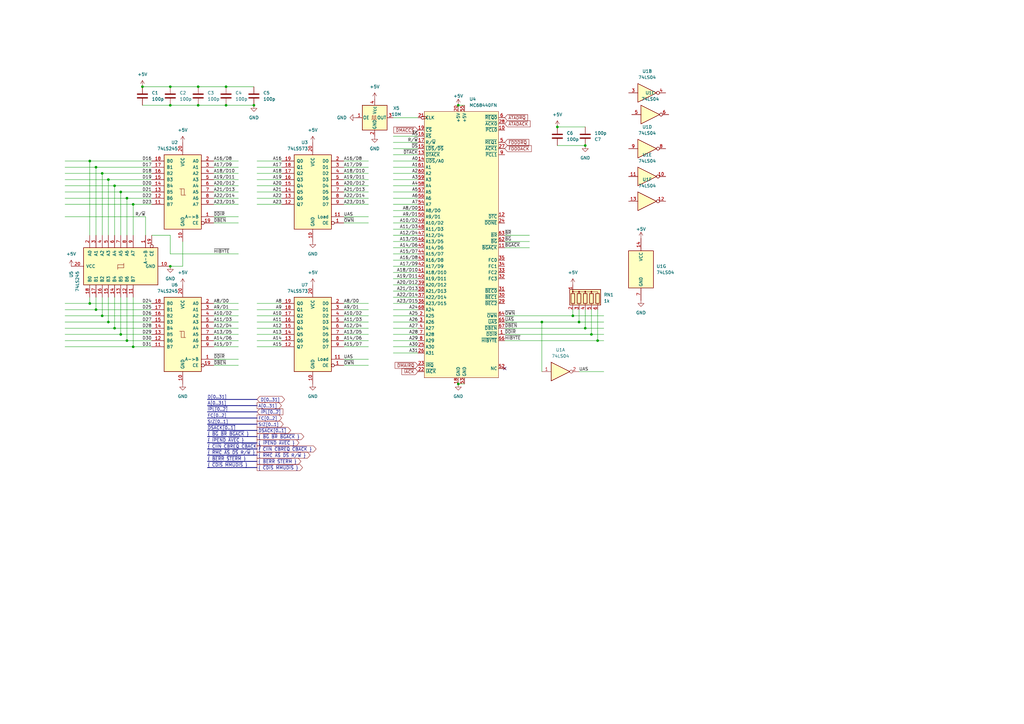
<source format=kicad_sch>
(kicad_sch (version 20230121) (generator eeschema)
  (paper "A3")
  (lib_symbols
    (symbol "74xx:74LS04"
      (property "Reference" "U" (at 0 1.27 0))
      (property "Value" "74LS04" (at 0 -1.27 0))
      (symbol "74LS04_1_0"
        (polyline (pts (xy -3.81 3.81) (xy -3.81 -3.81) (xy 3.81 0) (xy -3.81 3.81)) (stroke (width 0.254)) (fill (type background)))
        (pin input line (at -7.62 0 0) (length 3.81) (name "~") (number "1"))
        (pin output inverted (at 7.62 0 180) (length 3.81) (name "~") (number "2"))
      )
      (symbol "74LS04_2_0"
        (polyline (pts (xy -3.81 3.81) (xy -3.81 -3.81) (xy 3.81 0) (xy -3.81 3.81)) (stroke (width 0.254)) (fill (type background)))
        (pin input line (at -7.62 0 0) (length 3.81) (name "~") (number "3"))
        (pin output inverted (at 7.62 0 180) (length 3.81) (name "~") (number "4"))
      )
      (symbol "74LS04_3_0"
        (polyline (pts (xy -3.81 3.81) (xy -3.81 -3.81) (xy 3.81 0) (xy -3.81 3.81)) (stroke (width 0.254)) (fill (type background)))
        (pin input line (at -7.62 0 0) (length 3.81) (name "~") (number "5"))
        (pin output inverted (at 7.62 0 180) (length 3.81) (name "~") (number "6"))
      )
      (symbol "74LS04_4_0"
        (polyline (pts (xy -3.81 3.81) (xy -3.81 -3.81) (xy 3.81 0) (xy -3.81 3.81)) (stroke (width 0.254)) (fill (type background)))
        (pin output inverted (at 7.62 0 180) (length 3.81) (name "~") (number "8"))
        (pin input line (at -7.62 0 0) (length 3.81) (name "~") (number "9"))
      )
      (symbol "74LS04_5_0"
        (polyline (pts (xy -3.81 3.81) (xy -3.81 -3.81) (xy 3.81 0) (xy -3.81 3.81)) (stroke (width 0.254)) (fill (type background)))
        (pin output inverted (at 7.62 0 180) (length 3.81) (name "~") (number "10"))
        (pin input line (at -7.62 0 0) (length 3.81) (name "~") (number "11"))
      )
      (symbol "74LS04_6_0"
        (polyline (pts (xy -3.81 3.81) (xy -3.81 -3.81) (xy 3.81 0) (xy -3.81 3.81)) (stroke (width 0.254)) (fill (type background)))
        (pin output inverted (at 7.62 0 180) (length 3.81) (name "~") (number "12"))
        (pin input line (at -7.62 0 0) (length 3.81) (name "~") (number "13"))
      )
      (symbol "74LS04_7_0"
        (pin power_in line (at 0 12.7 270) (length 5.08) (name "VCC") (number "14"))
        (pin power_in line (at 0 -12.7 90) (length 5.08) (name "GND") (number "7"))
      )
      (symbol "74LS04_7_1"
        (rectangle (start -5.08 7.62) (end 5.08 -7.62) (stroke (width 0.254)) (fill (type background)))
      )
    )
    (symbol "74xx:74LS245" (pin_names (offset 1.016))
      (property "Reference" "U" (at -7.62 16.51 0))
      (property "Value" "74LS245" (at -7.62 -16.51 0))
      (symbol "74LS245_1_0"
        (polyline (pts (xy -0.635 -1.27) (xy -0.635 1.27) (xy 0.635 1.27)))
        (polyline (pts (xy -1.27 -1.27) (xy 0.635 -1.27) (xy 0.635 1.27) (xy 1.27 1.27)))
        (pin input line (at -12.7 -10.16 0) (length 5.08) (name "A->B") (number "1"))
        (pin power_in line (at 0 -20.32 90) (length 5.08) (name "GND") (number "10"))
        (pin tri_state line (at 12.7 -5.08 180) (length 5.08) (name "B7") (number "11"))
        (pin tri_state line (at 12.7 -2.54 180) (length 5.08) (name "B6") (number "12"))
        (pin tri_state line (at 12.7 0 180) (length 5.08) (name "B5") (number "13"))
        (pin tri_state line (at 12.7 2.54 180) (length 5.08) (name "B4") (number "14"))
        (pin tri_state line (at 12.7 5.08 180) (length 5.08) (name "B3") (number "15"))
        (pin tri_state line (at 12.7 7.62 180) (length 5.08) (name "B2") (number "16"))
        (pin tri_state line (at 12.7 10.16 180) (length 5.08) (name "B1") (number "17"))
        (pin tri_state line (at 12.7 12.7 180) (length 5.08) (name "B0") (number "18"))
        (pin input inverted (at -12.7 -12.7 0) (length 5.08) (name "CE") (number "19"))
        (pin tri_state line (at -12.7 12.7 0) (length 5.08) (name "A0") (number "2"))
        (pin power_in line (at 0 20.32 270) (length 5.08) (name "VCC") (number "20"))
        (pin tri_state line (at -12.7 10.16 0) (length 5.08) (name "A1") (number "3"))
        (pin tri_state line (at -12.7 7.62 0) (length 5.08) (name "A2") (number "4"))
        (pin tri_state line (at -12.7 5.08 0) (length 5.08) (name "A3") (number "5"))
        (pin tri_state line (at -12.7 2.54 0) (length 5.08) (name "A4") (number "6"))
        (pin tri_state line (at -12.7 0 0) (length 5.08) (name "A5") (number "7"))
        (pin tri_state line (at -12.7 -2.54 0) (length 5.08) (name "A6") (number "8"))
        (pin tri_state line (at -12.7 -5.08 0) (length 5.08) (name "A7") (number "9"))
      )
      (symbol "74LS245_1_1"
        (rectangle (start -7.62 15.24) (end 7.62 -15.24) (stroke (width 0.254)) (fill (type background)))
      )
    )
    (symbol "74xx:74LS573" (pin_names (offset 1.016))
      (property "Reference" "U" (at -7.62 16.51 0))
      (property "Value" "74LS573" (at -7.62 -16.51 0))
      (symbol "74LS573_1_0"
        (pin input inverted (at -12.7 -12.7 0) (length 5.08) (name "OE") (number "1"))
        (pin power_in line (at 0 -20.32 90) (length 5.08) (name "GND") (number "10"))
        (pin input line (at -12.7 -10.16 0) (length 5.08) (name "Load") (number "11"))
        (pin tri_state line (at 12.7 -5.08 180) (length 5.08) (name "Q7") (number "12"))
        (pin tri_state line (at 12.7 -2.54 180) (length 5.08) (name "Q6") (number "13"))
        (pin tri_state line (at 12.7 0 180) (length 5.08) (name "Q5") (number "14"))
        (pin tri_state line (at 12.7 2.54 180) (length 5.08) (name "Q4") (number "15"))
        (pin tri_state line (at 12.7 5.08 180) (length 5.08) (name "Q3") (number "16"))
        (pin tri_state line (at 12.7 7.62 180) (length 5.08) (name "Q2") (number "17"))
        (pin tri_state line (at 12.7 10.16 180) (length 5.08) (name "Q1") (number "18"))
        (pin tri_state line (at 12.7 12.7 180) (length 5.08) (name "Q0") (number "19"))
        (pin input line (at -12.7 12.7 0) (length 5.08) (name "D0") (number "2"))
        (pin power_in line (at 0 20.32 270) (length 5.08) (name "VCC") (number "20"))
        (pin input line (at -12.7 10.16 0) (length 5.08) (name "D1") (number "3"))
        (pin input line (at -12.7 7.62 0) (length 5.08) (name "D2") (number "4"))
        (pin input line (at -12.7 5.08 0) (length 5.08) (name "D3") (number "5"))
        (pin input line (at -12.7 2.54 0) (length 5.08) (name "D4") (number "6"))
        (pin input line (at -12.7 0 0) (length 5.08) (name "D5") (number "7"))
        (pin input line (at -12.7 -2.54 0) (length 5.08) (name "D6") (number "8"))
        (pin input line (at -12.7 -5.08 0) (length 5.08) (name "D7") (number "9"))
      )
      (symbol "74LS573_1_1"
        (rectangle (start -7.62 15.24) (end 7.62 -15.24) (stroke (width 0.254)) (fill (type background)))
      )
    )
    (symbol "Device:C" (pin_numbers hide) (pin_names (offset 0.254))
      (property "Reference" "C" (at 0.635 2.54 0))
      (property "Value" "C" (at 0.635 -2.54 0))
      (symbol "C_0_1"
        (polyline (pts (xy -2.032 -0.762) (xy 2.032 -0.762)) (stroke (width 0.508)))
        (polyline (pts (xy -2.032 0.762) (xy 2.032 0.762)) (stroke (width 0.508)))
      )
      (symbol "C_1_1"
        (pin passive line (at 0 3.81 270) (length 2.794) (name "~") (number "1"))
        (pin passive line (at 0 -3.81 90) (length 2.794) (name "~") (number "2"))
      )
    )
    (symbol "Device:R_Network05" (pin_names (offset 0) hide)
      (property "Reference" "RN" (at -7.62 0 90))
      (property "Value" "R_Network05" (at 7.62 0 90))
      (symbol "R_Network05_0_1"
        (rectangle (start -6.35 -3.175) (end 6.35 3.175) (stroke (width 0.254)) (fill (type background)))
        (rectangle (start -5.842 1.524) (end -4.318 -2.54) (stroke (width 0.254)))
        (circle (center -5.08 2.286) (radius 0.254) (fill (type outline)))
        (rectangle (start -3.302 1.524) (end -1.778 -2.54) (stroke (width 0.254)))
        (circle (center -2.54 2.286) (radius 0.254) (fill (type outline)))
        (rectangle (start -0.762 1.524) (end 0.762 -2.54) (stroke (width 0.254)))
        (polyline (pts (xy -5.08 -2.54) (xy -5.08 -3.81)))
        (polyline (pts (xy -2.54 -2.54) (xy -2.54 -3.81)))
        (polyline (pts (xy 0 -2.54) (xy 0 -3.81)))
        (polyline (pts (xy 2.54 -2.54) (xy 2.54 -3.81)))
        (polyline (pts (xy 5.08 -2.54) (xy 5.08 -3.81)))
        (polyline (pts (xy -5.08 1.524) (xy -5.08 2.286) (xy -2.54 2.286) (xy -2.54 1.524)))
        (polyline (pts (xy -2.54 1.524) (xy -2.54 2.286) (xy 0 2.286) (xy 0 1.524)))
        (polyline (pts (xy 0 1.524) (xy 0 2.286) (xy 2.54 2.286) (xy 2.54 1.524)))
        (polyline (pts (xy 2.54 1.524) (xy 2.54 2.286) (xy 5.08 2.286) (xy 5.08 1.524)))
        (circle (center 0 2.286) (radius 0.254) (fill (type outline)))
        (rectangle (start 1.778 1.524) (end 3.302 -2.54) (stroke (width 0.254)))
        (circle (center 2.54 2.286) (radius 0.254) (fill (type outline)))
        (rectangle (start 4.318 1.524) (end 5.842 -2.54) (stroke (width 0.254)))
      )
      (symbol "R_Network05_1_1"
        (pin passive line (at -5.08 5.08 270) (length 2.54) (name "common") (number "1"))
        (pin passive line (at -5.08 -5.08 90) (length 1.27) (name "R1") (number "2"))
        (pin passive line (at -2.54 -5.08 90) (length 1.27) (name "R2") (number "3"))
        (pin passive line (at 0 -5.08 90) (length 1.27) (name "R3") (number "4"))
        (pin passive line (at 2.54 -5.08 90) (length 1.27) (name "R4") (number "5"))
        (pin passive line (at 5.08 -5.08 90) (length 1.27) (name "R5") (number "6"))
      )
    )
    (symbol "MC68440FN:MC68440FN"
      (property "Reference" "U" (at 3.81 57.15 0))
      (property "Value" "MC68440FN" (at 0 0 0))
      (symbol "MC68440FN_1_1"
        (rectangle (start -15.24 58.42) (end 15.24 -50.8) (fill (type background)))
        (pin output line (at 17.78 -33.02 180) (length 2.54) (name "~{DDIR}") (number "1"))
        (pin bidirectional line (at 17.817 50.8127 180) (length 2.54) (name "~{PCL0}") (number "10"))
        (pin bidirectional line (at 17.78 2.54 180) (length 2.54) (name "~{BGACK}") (number "11"))
        (pin output line (at 17.78 15.24 180) (length 2.54) (name "~{DTC}") (number "12"))
        (pin bidirectional line (at -17.78 40.64 0) (length 2.54) (name "~{DTACK}") (number "13"))
        (pin bidirectional line (at -17.78 38.1 0) (length 2.54) (name "~{UDS}/A0") (number "14"))
        (pin bidirectional line (at -17.78 43.18 0) (length 2.54) (name "~{LDS}/~{DS}") (number "15"))
        (pin bidirectional line (at -17.78 48.26 0) (length 2.54) (name "~{AS}") (number "16"))
        (pin bidirectional line (at -17.78 45.72 0) (length 2.54) (name "R/~{W}") (number "17"))
        (pin power_in line (at -1.27 -53.34 90) (length 2.54) (name "GND") (number "18"))
        (pin input line (at -17.78 50.8 0) (length 2.54) (name "~{CS}") (number "19"))
        (pin output line (at -17.78 -25.4 0) (length 2.54) (name "A25") (number "2"))
        (pin power_in line (at -1.27 60.96 270) (length 2.54) (name "+5V") (number "20"))
        (pin input inverted_clock (at -17.78 55.88 0) (length 2.54) (name "CLK") (number "21"))
        (pin input line (at -17.78 -48.26 0) (length 2.54) (name "~{IACK}") (number "22"))
        (pin output line (at -17.78 -45.72 0) (length 2.54) (name "~{IRQ}") (number "23"))
        (pin bidirectional line (at 17.78 12.7 180) (length 2.54) (name "~{DONE}") (number "24"))
        (pin output line (at -17.78 -38.1 0) (length 2.54) (name "A30") (number "25"))
        (pin output line (at -17.78 -40.64 0) (length 2.54) (name "A31") (number "26"))
        (pin output line (at 17.817 43.1927 180) (length 2.54) (name "~{ACK1}") (number "27"))
        (pin output line (at 17.817 53.3527 180) (length 2.54) (name "~{ACK0}") (number "28"))
        (pin input line (at 17.78 -20.32 180) (length 2.54) (name "~{BEC2}") (number "29"))
        (pin output line (at -17.78 -27.94 0) (length 2.54) (name "A26") (number "3"))
        (pin input line (at 17.78 -17.78 180) (length 2.54) (name "~{BEC1}") (number "30"))
        (pin input line (at 17.78 -15.24 180) (length 2.54) (name "~{BEC0}") (number "31"))
        (pin output line (at 17.78 -10.16 180) (length 2.54) (name "FC3") (number "32"))
        (pin output line (at 17.78 -7.62 180) (length 2.54) (name "FC2") (number "33"))
        (pin output line (at 17.78 -5.08 180) (length 2.54) (name "FC1") (number "34"))
        (pin output line (at 17.78 -2.54 180) (length 2.54) (name "FC0") (number "35"))
        (pin output line (at -17.78 -20.32 0) (length 2.54) (name "A23/D15") (number "36"))
        (pin output line (at -17.78 -17.78 0) (length 2.54) (name "A22/D14") (number "37"))
        (pin output line (at -17.78 -15.24 0) (length 2.54) (name "A21/D13") (number "38"))
        (pin output line (at -17.78 -12.7 0) (length 2.54) (name "A20/D12") (number "39"))
        (pin output line (at -17.78 -30.48 0) (length 2.54) (name "A27") (number "4"))
        (pin output line (at -17.78 -10.16 0) (length 2.54) (name "A19/D11") (number "40"))
        (pin output line (at -17.78 -7.62 0) (length 2.54) (name "A18/D10") (number "41"))
        (pin output line (at -17.78 -5.08 0) (length 2.54) (name "A17/D9") (number "42"))
        (pin output line (at -17.78 -2.54 0) (length 2.54) (name "A16/D8") (number "43"))
        (pin output line (at -17.78 0 0) (length 2.54) (name "A15/D7") (number "44"))
        (pin output line (at -17.78 2.54 0) (length 2.54) (name "A14/D6") (number "45"))
        (pin output line (at -17.78 5.08 0) (length 2.54) (name "A13/D5") (number "46"))
        (pin output line (at -17.78 7.62 0) (length 2.54) (name "A12/D4") (number "47"))
        (pin output line (at -17.78 10.16 0) (length 2.54) (name "A11/D3") (number "48"))
        (pin output line (at -17.78 12.7 0) (length 2.54) (name "A10/D2") (number "49"))
        (pin input line (at 17.817 45.7327 180) (length 2.54) (name "~{REQ1}") (number "5"))
        (pin output line (at -17.78 15.24 0) (length 2.54) (name "A9/D1") (number "50"))
        (pin output line (at -17.78 17.78 0) (length 2.54) (name "A8/D0") (number "51"))
        (pin no_connect line (at 17.78 -46.99 180) (length 2.54) (name "NC") (number "52"))
        (pin power_in line (at 1.27 -53.34 90) (length 2.54) (name "GND") (number "53"))
        (pin bidirectional line (at -17.78 20.32 0) (length 2.54) (name "A7") (number "54"))
        (pin power_in line (at 1.27 60.96 270) (length 2.54) (name "+5V") (number "55"))
        (pin bidirectional line (at -17.78 22.86 0) (length 2.54) (name "A6") (number "56"))
        (pin bidirectional line (at -17.78 25.4 0) (length 2.54) (name "A5") (number "57"))
        (pin bidirectional line (at -17.78 27.94 0) (length 2.54) (name "A4") (number "58"))
        (pin bidirectional line (at -17.78 30.48 0) (length 2.54) (name "A3") (number "59"))
        (pin input line (at 17.817 55.8927 180) (length 2.54) (name "~{REQ0}") (number "6"))
        (pin bidirectional line (at -17.78 33.02 0) (length 2.54) (name "A2") (number "60"))
        (pin bidirectional line (at -17.78 35.56 0) (length 2.54) (name "A1") (number "61"))
        (pin input line (at 17.78 5.08 180) (length 2.54) (name "~{BG}") (number "62"))
        (pin output line (at 17.78 7.62 180) (length 2.54) (name "~{BR}") (number "63"))
        (pin output line (at 17.78 -25.4 180) (length 2.54) (name "~{OWN}") (number "64"))
        (pin output line (at 17.78 -27.94 180) (length 2.54) (name "~{UAS}") (number "65"))
        (pin output line (at 17.78 -35.56 180) (length 2.54) (name "~{HIBYTE}") (number "66"))
        (pin output line (at 17.78 -30.48 180) (length 2.54) (name "~{DBEN}") (number "67"))
        (pin output line (at -17.78 -22.86 0) (length 2.54) (name "A24") (number "68"))
        (pin output line (at -17.78 -33.02 0) (length 2.54) (name "A28") (number "7"))
        (pin output line (at -17.78 -35.56 0) (length 2.54) (name "A29") (number "8"))
        (pin bidirectional line (at 17.817 40.6527 180) (length 2.54) (name "~{PCL1}") (number "9"))
      )
    )
    (symbol "Oscillator:SG-8002CA" (pin_names (offset 0.254))
      (property "Reference" "X" (at -5.08 6.35 0))
      (property "Value" "SG-8002CA" (at 1.27 -6.35 0))
      (symbol "SG-8002CA_0_1"
        (rectangle (start -5.08 5.08) (end 5.08 -5.08) (stroke (width 0.254)) (fill (type background)))
        (polyline (pts (xy -1.27 -0.762) (xy -1.016 -0.762) (xy -1.016 0.762) (xy -0.508 0.762) (xy -0.508 -0.762) (xy 0 -0.762) (xy 0 0.762) (xy 0.508 0.762) (xy 0.508 -0.762) (xy 0.762 -0.762)))
      )
      (symbol "SG-8002CA_1_1"
        (pin input line (at -7.62 0 0) (length 2.54) (name "OE") (number "1"))
        (pin power_in line (at 0 -7.62 90) (length 2.54) (name "GND") (number "2"))
        (pin output line (at 7.62 0 180) (length 2.54) (name "OUT") (number "3"))
        (pin power_in line (at 0 7.62 270) (length 2.54) (name "Vcc") (number "4"))
      )
    )
    (symbol "power:+5V" (power) (pin_names (offset 0))
      (property "Value" "+5V" (at 0 3.556 0))
      (symbol "+5V_0_1"
        (polyline (pts (xy -0.762 1.27) (xy 0 2.54)))
        (polyline (pts (xy 0 0) (xy 0 2.54)))
        (polyline (pts (xy 0 2.54) (xy 0.762 1.27)))
      )
      (symbol "+5V_1_1"
        (pin power_in line (at 0 0 90) (length 0) hide (name "+5V") (number "1"))
      )
    )
    (symbol "power:GND" (power) (pin_names (offset 0))
      (property "Value" "GND" (at 0 -3.81 0))
      (symbol "GND_0_1"
        (polyline (pts (xy 0 0) (xy 0 -1.27) (xy 1.27 -1.27) (xy 0 -2.54) (xy -1.27 -1.27) (xy 0 -1.27)))
      )
      (symbol "GND_1_1"
        (pin power_in line (at 0 0 270) (length 0) hide (name "GND") (number "1"))
      )
    )
  )
  (junction (at 49.53 137.16))
  (junction (at 69.85 43.18))
  (junction (at 54.61 83.82))
  (junction (at 46.99 134.62))
  (junction (at 222.25 132.08))
  (junction (at 242.57 137.16))
  (junction (at 36.83 124.46))
  (junction (at 44.45 73.66))
  (junction (at 41.91 129.54))
  (junction (at 69.85 35.56))
  (junction (at 245.11 139.7))
  (junction (at 41.91 71.12))
  (junction (at 52.07 139.7))
  (junction (at 228.6 52.07))
  (junction (at 240.03 134.62))
  (junction (at 39.37 68.58))
  (junction (at 81.28 35.56))
  (junction (at 49.53 78.74))
  (junction (at 39.37 127))
  (junction (at 69.85 109.22))
  (junction (at 187.96 157.48))
  (junction (at 187.96 43.18))
  (junction (at 44.45 132.08))
  (junction (at 240.03 59.69))
  (junction (at 52.07 81.28))
  (junction (at 36.83 66.04))
  (junction (at 54.61 142.24))
  (junction (at 104.14 43.18))
  (junction (at 58.42 35.56))
  (junction (at 234.95 129.54))
  (junction (at 81.28 43.18))
  (junction (at 237.49 132.08))
  (junction (at 46.99 76.2))
  (junction (at 92.71 35.56))
  (junction (at 92.71 43.18))
  (no_connect (at 207.01 151.13))
  (wire (pts (xy 161.29 121.92) (xy 171.45 121.92)))
  (wire (pts (xy 26.67 73.66) (xy 44.45 73.66)))
  (wire (pts (xy 240.03 134.62) (xy 247.65 134.62)))
  (wire (pts (xy 217.17 101.6) (xy 207.01 101.6)))
  (wire (pts (xy 97.79 139.7) (xy 87.63 139.7)))
  (wire (pts (xy 36.83 124.46) (xy 62.23 124.46)))
  (wire (pts (xy 207.01 139.7) (xy 245.11 139.7)))
  (wire (pts (xy 161.29 124.46) (xy 171.45 124.46)))
  (wire (pts (xy 161.29 88.9) (xy 171.45 88.9)))
  (wire (pts (xy 161.29 127) (xy 171.45 127)))
  (wire (pts (xy 105.41 127) (xy 115.57 127)))
  (wire (pts (xy 217.17 99.06) (xy 207.01 99.06)))
  (wire (pts (xy 69.85 96.52) (xy 69.85 104.14)))
  (wire (pts (xy 74.93 99.06) (xy 74.93 109.22)))
  (bus (pts (xy 85.09 184.15) (xy 105.41 184.15)))
  (wire (pts (xy 92.71 35.56) (xy 104.14 35.56)))
  (wire (pts (xy 240.03 134.62) (xy 240.03 127)))
  (wire (pts (xy 151.13 78.74) (xy 140.97 78.74)))
  (bus (pts (xy 85.09 179.07) (xy 105.41 179.07)))
  (wire (pts (xy 104.14 43.18) (xy 92.71 43.18)))
  (wire (pts (xy 105.41 142.24) (xy 115.57 142.24)))
  (wire (pts (xy 151.13 71.12) (xy 140.97 71.12)))
  (wire (pts (xy 39.37 127) (xy 62.23 127)))
  (bus (pts (xy 85.09 163.83) (xy 105.41 163.83)))
  (wire (pts (xy 242.57 137.16) (xy 247.65 137.16)))
  (wire (pts (xy 207.01 132.08) (xy 222.25 132.08)))
  (wire (pts (xy 245.11 139.7) (xy 247.65 139.7)))
  (wire (pts (xy 105.41 83.82) (xy 115.57 83.82)))
  (wire (pts (xy 151.13 91.44) (xy 140.97 91.44)))
  (wire (pts (xy 228.6 52.07) (xy 240.03 52.07)))
  (wire (pts (xy 54.61 83.82) (xy 62.23 83.82)))
  (wire (pts (xy 151.13 124.46) (xy 140.97 124.46)))
  (wire (pts (xy 26.67 68.58) (xy 39.37 68.58)))
  (wire (pts (xy 54.61 142.24) (xy 54.61 121.92)))
  (wire (pts (xy 58.42 35.56) (xy 69.85 35.56)))
  (wire (pts (xy 44.45 73.66) (xy 62.23 73.66)))
  (wire (pts (xy 44.45 132.08) (xy 44.45 121.92)))
  (wire (pts (xy 81.28 35.56) (xy 92.71 35.56)))
  (wire (pts (xy 39.37 127) (xy 39.37 121.92)))
  (wire (pts (xy 46.99 121.92) (xy 46.99 134.62)))
  (wire (pts (xy 161.29 63.5) (xy 171.45 63.5)))
  (wire (pts (xy 161.29 144.78) (xy 171.45 144.78)))
  (wire (pts (xy 207.01 134.62) (xy 240.03 134.62)))
  (wire (pts (xy 52.07 139.7) (xy 62.23 139.7)))
  (wire (pts (xy 97.79 83.82) (xy 87.63 83.82)))
  (wire (pts (xy 161.29 114.3) (xy 171.45 114.3)))
  (wire (pts (xy 97.79 127) (xy 87.63 127)))
  (bus (pts (xy 85.09 181.61) (xy 105.41 181.61)))
  (wire (pts (xy 105.41 124.46) (xy 115.57 124.46)))
  (bus (pts (xy 85.09 168.91) (xy 105.41 168.91)))
  (wire (pts (xy 161.29 139.7) (xy 171.45 139.7)))
  (wire (pts (xy 105.41 78.74) (xy 115.57 78.74)))
  (wire (pts (xy 39.37 68.58) (xy 62.23 68.58)))
  (wire (pts (xy 44.45 132.08) (xy 62.23 132.08)))
  (wire (pts (xy 161.29 109.22) (xy 171.45 109.22)))
  (wire (pts (xy 187.96 157.48) (xy 190.5 157.48)))
  (wire (pts (xy 161.29 78.74) (xy 171.45 78.74)))
  (wire (pts (xy 240.03 59.69) (xy 228.6 59.69)))
  (wire (pts (xy 161.29 96.52) (xy 171.45 96.52)))
  (bus (pts (xy 85.09 173.99) (xy 105.41 173.99)))
  (wire (pts (xy 26.67 127) (xy 39.37 127)))
  (wire (pts (xy 41.91 129.54) (xy 62.23 129.54)))
  (wire (pts (xy 161.29 132.08) (xy 171.45 132.08)))
  (wire (pts (xy 97.79 76.2) (xy 87.63 76.2)))
  (wire (pts (xy 62.23 96.52) (xy 69.85 96.52)))
  (wire (pts (xy 97.79 132.08) (xy 87.63 132.08)))
  (wire (pts (xy 105.41 132.08) (xy 115.57 132.08)))
  (wire (pts (xy 26.67 134.62) (xy 46.99 134.62)))
  (bus (pts (xy 85.09 191.77) (xy 105.41 191.77)))
  (wire (pts (xy 26.67 66.04) (xy 36.83 66.04)))
  (wire (pts (xy 187.96 43.18) (xy 190.5 43.18)))
  (wire (pts (xy 237.49 132.08) (xy 247.65 132.08)))
  (wire (pts (xy 26.67 78.74) (xy 49.53 78.74)))
  (wire (pts (xy 97.79 66.04) (xy 87.63 66.04)))
  (wire (pts (xy 59.69 88.9) (xy 59.69 96.52)))
  (bus (pts (xy 85.09 189.23) (xy 105.41 189.23)))
  (wire (pts (xy 105.41 71.12) (xy 115.57 71.12)))
  (wire (pts (xy 46.99 76.2) (xy 46.99 96.52)))
  (wire (pts (xy 52.07 121.92) (xy 52.07 139.7)))
  (wire (pts (xy 105.41 139.7) (xy 115.57 139.7)))
  (wire (pts (xy 151.13 83.82) (xy 140.97 83.82)))
  (wire (pts (xy 97.79 68.58) (xy 87.63 68.58)))
  (wire (pts (xy 69.85 43.18) (xy 58.42 43.18)))
  (wire (pts (xy 207.01 137.16) (xy 242.57 137.16)))
  (bus (pts (xy 85.09 186.69) (xy 105.41 186.69)))
  (wire (pts (xy 151.13 147.32) (xy 140.97 147.32)))
  (wire (pts (xy 105.41 137.16) (xy 115.57 137.16)))
  (wire (pts (xy 237.49 127) (xy 237.49 132.08)))
  (wire (pts (xy 97.79 134.62) (xy 87.63 134.62)))
  (wire (pts (xy 62.23 66.04) (xy 36.83 66.04)))
  (wire (pts (xy 26.67 142.24) (xy 54.61 142.24)))
  (wire (pts (xy 161.29 48.26) (xy 171.45 48.26)))
  (wire (pts (xy 69.85 35.56) (xy 81.28 35.56)))
  (wire (pts (xy 36.83 124.46) (xy 36.83 121.92)))
  (wire (pts (xy 44.45 73.66) (xy 44.45 96.52)))
  (wire (pts (xy 161.29 119.38) (xy 171.45 119.38)))
  (wire (pts (xy 151.13 132.08) (xy 140.97 132.08)))
  (wire (pts (xy 237.49 152.4) (xy 247.65 152.4)))
  (wire (pts (xy 97.79 137.16) (xy 87.63 137.16)))
  (wire (pts (xy 161.29 58.42) (xy 171.45 58.42)))
  (wire (pts (xy 97.79 78.74) (xy 87.63 78.74)))
  (wire (pts (xy 105.41 81.28) (xy 115.57 81.28)))
  (wire (pts (xy 161.29 142.24) (xy 171.45 142.24)))
  (wire (pts (xy 26.67 76.2) (xy 46.99 76.2)))
  (wire (pts (xy 52.07 81.28) (xy 52.07 96.52)))
  (wire (pts (xy 39.37 68.58) (xy 39.37 96.52)))
  (wire (pts (xy 151.13 66.04) (xy 140.97 66.04)))
  (wire (pts (xy 26.67 129.54) (xy 41.91 129.54)))
  (wire (pts (xy 161.29 134.62) (xy 171.45 134.62)))
  (wire (pts (xy 161.29 60.96) (xy 171.45 60.96)))
  (wire (pts (xy 161.29 129.54) (xy 171.45 129.54)))
  (bus (pts (xy 85.09 166.37) (xy 105.41 166.37)))
  (wire (pts (xy 151.13 73.66) (xy 140.97 73.66)))
  (wire (pts (xy 161.29 137.16) (xy 171.45 137.16)))
  (wire (pts (xy 62.23 76.2) (xy 46.99 76.2)))
  (wire (pts (xy 92.71 43.18) (xy 81.28 43.18)))
  (wire (pts (xy 161.29 86.36) (xy 171.45 86.36)))
  (wire (pts (xy 69.85 109.22) (xy 74.93 109.22)))
  (wire (pts (xy 161.29 93.98) (xy 171.45 93.98)))
  (wire (pts (xy 49.53 78.74) (xy 62.23 78.74)))
  (wire (pts (xy 161.29 55.88) (xy 171.45 55.88)))
  (wire (pts (xy 62.23 81.28) (xy 52.07 81.28)))
  (wire (pts (xy 151.13 76.2) (xy 140.97 76.2)))
  (wire (pts (xy 245.11 139.7) (xy 245.11 127)))
  (wire (pts (xy 26.67 139.7) (xy 52.07 139.7)))
  (wire (pts (xy 161.29 73.66) (xy 171.45 73.66)))
  (wire (pts (xy 26.67 81.28) (xy 52.07 81.28)))
  (wire (pts (xy 81.28 43.18) (xy 69.85 43.18)))
  (wire (pts (xy 97.79 142.24) (xy 87.63 142.24)))
  (wire (pts (xy 151.13 81.28) (xy 140.97 81.28)))
  (wire (pts (xy 54.61 142.24) (xy 62.23 142.24)))
  (bus (pts (xy 85.09 176.53) (xy 105.41 176.53)))
  (wire (pts (xy 161.29 116.84) (xy 171.45 116.84)))
  (wire (pts (xy 161.29 66.04) (xy 171.45 66.04)))
  (wire (pts (xy 234.95 129.54) (xy 207.01 129.54)))
  (wire (pts (xy 151.13 134.62) (xy 140.97 134.62)))
  (wire (pts (xy 151.13 129.54) (xy 140.97 129.54)))
  (wire (pts (xy 105.41 134.62) (xy 115.57 134.62)))
  (wire (pts (xy 41.91 71.12) (xy 41.91 96.52)))
  (wire (pts (xy 161.29 83.82) (xy 171.45 83.82)))
  (wire (pts (xy 97.79 81.28) (xy 87.63 81.28)))
  (wire (pts (xy 97.79 129.54) (xy 87.63 129.54)))
  (wire (pts (xy 62.23 71.12) (xy 41.91 71.12)))
  (wire (pts (xy 97.79 73.66) (xy 87.63 73.66)))
  (wire (pts (xy 151.13 137.16) (xy 140.97 137.16)))
  (wire (pts (xy 49.53 137.16) (xy 49.53 121.92)))
  (wire (pts (xy 161.29 104.14) (xy 171.45 104.14)))
  (wire (pts (xy 217.17 96.52) (xy 207.01 96.52)))
  (wire (pts (xy 161.29 81.28) (xy 171.45 81.28)))
  (wire (pts (xy 54.61 96.52) (xy 54.61 83.82)))
  (wire (pts (xy 105.41 129.54) (xy 115.57 129.54)))
  (wire (pts (xy 46.99 134.62) (xy 62.23 134.62)))
  (wire (pts (xy 161.29 99.06) (xy 171.45 99.06)))
  (wire (pts (xy 234.95 127) (xy 234.95 129.54)))
  (wire (pts (xy 97.79 149.86) (xy 87.63 149.86)))
  (wire (pts (xy 151.13 127) (xy 140.97 127)))
  (wire (pts (xy 26.67 137.16) (xy 49.53 137.16)))
  (wire (pts (xy 161.29 71.12) (xy 171.45 71.12)))
  (wire (pts (xy 151.13 149.86) (xy 140.97 149.86)))
  (wire (pts (xy 49.53 78.74) (xy 49.53 96.52)))
  (wire (pts (xy 26.67 124.46) (xy 36.83 124.46)))
  (wire (pts (xy 161.29 101.6) (xy 171.45 101.6)))
  (bus (pts (xy 85.09 171.45) (xy 105.41 171.45)))
  (wire (pts (xy 222.25 132.08) (xy 222.25 152.4)))
  (wire (pts (xy 36.83 66.04) (xy 36.83 96.52)))
  (wire (pts (xy 161.29 106.68) (xy 171.45 106.68)))
  (wire (pts (xy 151.13 139.7) (xy 140.97 139.7)))
  (wire (pts (xy 105.41 76.2) (xy 115.57 76.2)))
  (wire (pts (xy 151.13 88.9) (xy 140.97 88.9)))
  (wire (pts (xy 151.13 142.24) (xy 140.97 142.24)))
  (wire (pts (xy 105.41 68.58) (xy 115.57 68.58)))
  (wire (pts (xy 105.41 73.66) (xy 115.57 73.66)))
  (wire (pts (xy 26.67 88.9) (xy 59.69 88.9)))
  (wire (pts (xy 234.95 129.54) (xy 247.65 129.54)))
  (wire (pts (xy 105.41 66.04) (xy 115.57 66.04)))
  (wire (pts (xy 161.29 111.76) (xy 171.45 111.76)))
  (wire (pts (xy 161.29 91.44) (xy 171.45 91.44)))
  (wire (pts (xy 97.79 71.12) (xy 87.63 71.12)))
  (wire (pts (xy 69.85 104.14) (xy 97.79 104.14)))
  (wire (pts (xy 49.53 137.16) (xy 62.23 137.16)))
  (wire (pts (xy 161.29 68.58) (xy 171.45 68.58)))
  (wire (pts (xy 97.79 88.9) (xy 87.63 88.9)))
  (wire (pts (xy 26.67 71.12) (xy 41.91 71.12)))
  (wire (pts (xy 97.79 124.46) (xy 87.63 124.46)))
  (wire (pts (xy 161.29 76.2) (xy 171.45 76.2)))
  (wire (pts (xy 97.79 147.32) (xy 87.63 147.32)))
  (wire (pts (xy 242.57 137.16) (xy 242.57 127)))
  (wire (pts (xy 26.67 132.08) (xy 44.45 132.08)))
  (wire (pts (xy 41.91 121.92) (xy 41.91 129.54)))
  (wire (pts (xy 97.79 91.44) (xy 87.63 91.44)))
  (wire (pts (xy 26.67 83.82) (xy 54.61 83.82)))
  (wire (pts (xy 151.13 68.58) (xy 140.97 68.58)))
  (wire (pts (xy 222.25 132.08) (xy 237.49 132.08)))
  (label "~{HIBYTE}" (at 87.63 104.14 0))
  (label "A14{slash}D6" (at 140.97 139.7 0))
  (label "A23" (at 115.57 83.82 180))
  (label "A4" (at 171.45 76.2 180))
  (label "A10{slash}D2" (at 171.45 91.44 180))
  (label "A12{slash}D4" (at 171.45 96.52 180))
  (label "~{DBEN}" (at 87.63 149.86 0))
  (label "A16{slash}D8" (at 140.97 66.04 0))
  (label "~{BR}" (at 207.01 96.52 0))
  (label "A26" (at 171.45 132.08 180))
  (label "A3" (at 171.45 73.66 180))
  (label "{ ~{CDIS} ~{MMUDIS} }" (at 85.09 191.77 0))
  (label "A19{slash}D11" (at 87.63 73.66 0))
  (label "A18{slash}D10" (at 171.45 111.76 180))
  (label "A15{slash}D7" (at 140.97 142.24 0))
  (label "{ ~{BG} ~{BR} ~{BGACK} }" (at 85.09 179.07 0))
  (label "A25" (at 171.45 129.54 180))
  (label "A6" (at 171.45 81.28 180))
  (label "A12{slash}D4" (at 140.97 134.62 0))
  (label "A2" (at 171.45 71.12 180))
  (label "~{OWN}" (at 140.97 149.86 0))
  (label "A16{slash}D8" (at 171.45 106.68 180))
  (label "A13{slash}D5" (at 171.45 99.06 180))
  (label "D17" (at 62.23 68.58 180))
  (label "A[0..31]" (at 85.09 166.37 0))
  (label "A13{slash}D5" (at 140.97 137.16 0))
  (label "UAS" (at 140.97 147.32 0))
  (label "A21{slash}D13" (at 171.45 119.38 180))
  (label "A23{slash}D15" (at 140.97 83.82 0))
  (label "A11{slash}D3" (at 87.63 132.08 0))
  (label "A8{slash}D0" (at 87.63 124.46 0))
  (label "A10" (at 115.57 129.54 180))
  (label "SIZ[0..1]" (at 85.09 173.99 0))
  (label "A20{slash}D12" (at 140.97 76.2 0))
  (label "A22{slash}D14" (at 140.97 81.28 0))
  (label "A9{slash}D1" (at 171.45 88.9 180))
  (label "~{BG}" (at 207.01 99.06 0))
  (label "D19" (at 62.23 73.66 180))
  (label "A9{slash}D1" (at 140.97 127 0))
  (label "A22{slash}D14" (at 87.63 81.28 0))
  (label "A15{slash}D7" (at 171.45 104.14 180))
  (label "A17" (at 115.57 68.58 180))
  (label "A17{slash}D9" (at 87.63 68.58 0))
  (label "A14{slash}D6" (at 87.63 139.7 0))
  (label "{ ~{IPEND} ~{AVEC} }" (at 85.09 181.61 0))
  (label "A9" (at 115.57 127 180))
  (label "D21" (at 62.23 78.74 180))
  (label "A8{slash}D0" (at 140.97 124.46 0))
  (label "A1" (at 171.45 68.58 180))
  (label "A22" (at 115.57 81.28 180))
  (label "A16" (at 115.57 66.04 180))
  (label "~{IPL[0..2]}" (at 85.09 168.91 0))
  (label "~{OWN}" (at 207.01 129.54 0))
  (label "D23" (at 62.23 83.82 180))
  (label "A31" (at 171.45 144.78 180))
  (label "A12" (at 115.57 134.62 180))
  (label "A19" (at 115.57 73.66 180))
  (label "D24" (at 62.23 124.46 180))
  (label "A17{slash}D9" (at 171.45 109.22 180))
  (label "D25" (at 62.23 127 180))
  (label "{ ~{CIIN} ~{CBREQ} ~{CBACK} }" (at 85.09 184.15 0))
  (label "A13" (at 115.57 137.16 180))
  (label "~{DSACK[0..1]}" (at 85.09 176.53 0))
  (label "A15{slash}D7" (at 87.63 142.24 0))
  (label "A16{slash}D8" (at 87.63 66.04 0))
  (label "~{OWN}" (at 140.97 91.44 0))
  (label "~{DS}" (at 171.45 60.96 180))
  (label "A8" (at 115.57 124.46 180))
  (label "A21{slash}D13" (at 87.63 78.74 0))
  (label "A24" (at 171.45 127 180))
  (label "A13{slash}D5" (at 87.63 137.16 0))
  (label "A5" (at 171.45 78.74 180))
  (label "~{DBEN}" (at 207.01 134.62 0))
  (label "~{AS}" (at 171.45 55.88 180))
  (label "A14" (at 115.57 139.7 180))
  (label "A11{slash}D3" (at 171.45 93.98 180))
  (label "A27" (at 171.45 134.62 180))
  (label "A20" (at 115.57 76.2 180))
  (label "D[0..31]" (at 85.09 163.83 0))
  (label "{ ~{RMC} ~{AS} ~{DS} R{slash}~{W} }" (at 85.09 186.69 0))
  (label "D26" (at 62.23 129.54 180))
  (label "A10{slash}D2" (at 140.97 129.54 0))
  (label "~{DDIR}" (at 87.63 147.32 0))
  (label "UAS" (at 140.97 88.9 0))
  (label "A0" (at 171.45 66.04 180))
  (label "A21" (at 115.57 78.74 180))
  (label "FC[0..2]" (at 85.09 171.45 0))
  (label "A19{slash}D11" (at 171.45 114.3 180))
  (label "~{HIBYTE}" (at 207.01 139.7 0))
  (label "A20{slash}D12" (at 171.45 116.84 180))
  (label "A21{slash}D13" (at 140.97 78.74 0))
  (label "{ ~{BERR} ~{STERM} }" (at 85.09 189.23 0))
  (label "~{DDIR}" (at 87.63 88.9 0))
  (label "R{slash}~{W}" (at 171.45 58.42 180))
  (label "A19{slash}D11" (at 140.97 73.66 0))
  (label "A18{slash}D10" (at 87.63 71.12 0))
  (label "A28" (at 171.45 137.16 180))
  (label "A22{slash}D14" (at 171.45 121.92 180))
  (label "A23{slash}D15" (at 171.45 124.46 180))
  (label "A11{slash}D3" (at 140.97 132.08 0))
  (label "A11" (at 115.57 132.08 180))
  (label "D31" (at 62.23 142.24 180))
  (label "~{UAS}" (at 207.01 132.08 0))
  (label "A20{slash}D12" (at 87.63 76.2 0))
  (label "D20" (at 62.23 76.2 180))
  (label "A10{slash}D2" (at 87.63 129.54 0))
  (label "~{BGACK}" (at 207.01 101.6 0))
  (label "~{DTACK}" (at 171.45 63.5 180))
  (label "D28" (at 62.23 134.62 180))
  (label "D30" (at 62.23 139.7 180))
  (label "A9{slash}D1" (at 87.63 127 0))
  (label "UAS" (at 237.49 152.4 0))
  (label "D16" (at 62.23 66.04 180))
  (label "A14{slash}D6" (at 171.45 101.6 180))
  (label "A18" (at 115.57 71.12 180))
  (label "A30" (at 171.45 142.24 180))
  (label "R{slash}~{W}" (at 59.69 88.9 180))
  (label "A12{slash}D4" (at 87.63 134.62 0))
  (label "A8{slash}D0" (at 171.45 86.36 180))
  (label "A29" (at 171.45 139.7 180))
  (label "A18{slash}D10" (at 140.97 71.12 0))
  (label "D18" (at 62.23 71.12 180))
  (label "A17{slash}D9" (at 140.97 68.58 0))
  (label "D29" (at 62.23 137.16 180))
  (label "~{DBEN}" (at 87.63 91.44 0))
  (label "A15" (at 115.57 142.24 180))
  (label "~{DDIR}" (at 207.01 137.16 0))
  (label "D22" (at 62.23 81.28 180))
  (label "A7" (at 171.45 83.82 180))
  (label "D27" (at 62.23 132.08 180))
  (label "A23{slash}D15" (at 87.63 83.82 0))
  (global_label "~{IPL[0..2]}" (shape input) (at 105.41 168.91 0) (property "Intersheetrefs" "${INTERSHEET_REFS}" (effects hide)))
  (global_label "{ ~{RMC} ~{AS} ~{DS} R{slash}~{W} }" (shape output) (at 105.41 186.69 0) (property "Intersheetrefs" "${INTERSHEET_REFS}" (effects hide)))
  (global_label "A[0..31]" (shape output) (at 105.41 166.37 0) (property "Intersheetrefs" "${INTERSHEET_REFS}" (effects hide)))
  (global_label "{ ~{IPEND} ~{AVEC} }" (shape output) (at 105.41 181.61 0) (property "Intersheetrefs" "${INTERSHEET_REFS}" (effects hide)))
  (global_label "~{FDDDRQ}" (shape input) (at 207.01 58.42 0) (property "Intersheetrefs" "${INTERSHEET_REFS}" (effects hide)))
  (global_label "~{ATADRQ}" (shape input) (at 207.01 48.26 0) (property "Intersheetrefs" "${INTERSHEET_REFS}" (effects hide)))
  (global_label "~{DSACK[0..1]}" (shape output) (at 105.41 176.53 0) (property "Intersheetrefs" "${INTERSHEET_REFS}" (effects hide)))
  (global_label "~{DMACCS}" (shape input) (at 171.45 53.34 180) (property "Intersheetrefs" "${INTERSHEET_REFS}" (effects hide)))
  (global_label "{ ~{BERR} ~{STERM} }" (shape output) (at 105.41 189.23 0) (property "Intersheetrefs" "${INTERSHEET_REFS}" (effects hide)))
  (global_label "{ ~{CDIS} ~{MMUDIS} }" (shape output) (at 105.41 191.77 0) (property "Intersheetrefs" "${INTERSHEET_REFS}" (effects hide)))
  (global_label "{ ~{BG} ~{BR} ~{BGACK} }" (shape output) (at 105.41 179.07 0) (property "Intersheetrefs" "${INTERSHEET_REFS}" (effects hide)))
  (global_label "SIZ[0..1]" (shape output) (at 105.41 173.99 0) (property "Intersheetrefs" "${INTERSHEET_REFS}" (effects hide)))
  (global_label "~{DMAIRQ}" (shape input) (at 171.45 149.86 180) (property "Intersheetrefs" "${INTERSHEET_REFS}" (effects hide)))
  (global_label "D[0..31]" (shape bidirectional) (at 105.41 163.83 0) (property "Intersheetrefs" "${INTERSHEET_REFS}" (effects hide)))
  (global_label "~{FDDDACK}" (shape input) (at 207.01 60.96 0) (property "Intersheetrefs" "${INTERSHEET_REFS}" (effects hide)))
  (global_label "FC[0..2]" (shape output) (at 105.41 171.45 0) (property "Intersheetrefs" "${INTERSHEET_REFS}" (effects hide)))
  (global_label "~{IACK}" (shape input) (at 171.45 152.4 180) (property "Intersheetrefs" "${INTERSHEET_REFS}" (effects hide)))
  (global_label "{ ~{CIIN} ~{CBREQ} ~{CBACK} }" (shape output) (at 105.41 184.15 0) (property "Intersheetrefs" "${INTERSHEET_REFS}" (effects hide)))
  (global_label "~{ATADACK}" (shape input) (at 207.01 50.8 0) (property "Intersheetrefs" "${INTERSHEET_REFS}" (effects hide)))
  (symbol (lib_id "power:+5V") (at 262.89 97.79 0) (unit 1)
    (property "Reference" "#PWR08" (effects hide))
    (property "Value" "+5V" (at 262.89 93.98 0))
    (instances (project "m68k-hbc" (path "" (reference "#PWR08") (unit 1)) (path "" (reference "#PWR0268") (unit 1))))
  )
  (symbol (lib_id "power:+5V") (at 228.6 52.07 0) (unit 1)
    (property "Reference" "#PWR04" (effects hide))
    (property "Value" "+5V" (at 228.6 46.99 0))
    (instances (project "m68k-hbc" (path "" (reference "#PWR04") (unit 1)) (path "" (reference "#PWR0263") (unit 1))))
  )
  (symbol (lib_id "74xx:74LS573") (at 128.27 78.74 0) (mirror y) (unit 1)
    (property "Reference" "U3" (at 126.3141 58.42 0) (effects (justify left)))
    (property "Value" "74LS573" (at 126.3141 60.96 0) (effects (justify left)))
    (property "Footprint" "Package_SO:SOIC-20W_7.5x12.8mm_P1.27mm" (effects hide))
    (property "Datasheet" "74xx/74hc573.pdf" (effects hide))
    (instances (project "m68k-hbc" (path "" (reference "U3") (unit 1)) (path "" (reference "U33") (unit 1))))
  )
  (symbol (lib_id "74xx:74LS04") (at 262.89 110.49 0) (unit 7)
    (property "Reference" "U1" (at 269.24 109.22 0) (effects (justify left)))
    (property "Value" "74LS04" (at 269.24 111.76 0) (effects (justify left)))
    (property "Footprint" "Package_SO:SOIC-14W_7.5x9mm_P1.27mm" (effects hide))
    (property "Datasheet" "http://www.ti.com/lit/gpn/sn74LS04" (effects hide))
    (instances (project "m68k-hbc" (path "" (reference "U1") (unit 7)) (path "" (reference "U31") (unit 7))))
  )
  (symbol (lib_id "74xx:74LS04") (at 265.43 60.96 0) (unit 4)
    (property "Reference" "U1" (at 265.43 52.07 0))
    (property "Value" "74LS04" (at 265.43 54.61 0))
    (property "Footprint" "Package_SO:SOIC-14W_7.5x9mm_P1.27mm" (effects hide))
    (property "Datasheet" "http://www.ti.com/lit/gpn/sn74LS04" (effects hide))
    (instances (project "m68k-hbc" (path "" (reference "U1") (unit 4)) (path "" (reference "U31") (unit 4))))
  )
  (symbol (lib_id "power:+5V") (at 74.93 116.84 0) (unit 1)
    (property "Reference" "#PWR012" (effects hide))
    (property "Value" "+5V" (at 74.93 111.76 0))
    (instances (project "m68k-hbc" (path "" (reference "#PWR012") (unit 1)) (path "" (reference "#PWR0272") (unit 1))))
  )
  (symbol (lib_id "power:+5V") (at 128.27 58.42 0) (unit 1)
    (property "Reference" "#PWR06" (effects hide))
    (property "Value" "+5V" (at 128.27 53.34 0))
    (instances (project "m68k-hbc" (path "" (reference "#PWR06") (unit 1)) (path "" (reference "#PWR0266") (unit 1))))
  )
  (symbol (lib_id "Device:C") (at 81.28 39.37 0) (unit 1)
    (property "Reference" "C3" (at 85.09 38.1 0) (effects (justify left)))
    (property "Value" "100p" (at 85.09 40.64 0) (effects (justify left)))
    (property "Footprint" "Capacitor_SMD:C_1206_3216Metric_Pad1.33x1.80mm_HandSolder" (effects hide))
    (instances (project "m68k-hbc" (path "" (reference "C3") (unit 1)) (path "" (reference "C40") (unit 1)) (path "" (reference "C86") (unit 1))))
  )
  (symbol (lib_id "74xx:74LS04") (at 265.43 72.39 0) (unit 5)
    (property "Reference" "U1" (at 265.43 63.5 0))
    (property "Value" "74LS04" (at 265.43 66.04 0))
    (property "Footprint" "Package_SO:SOIC-14W_7.5x9mm_P1.27mm" (effects hide))
    (property "Datasheet" "http://www.ti.com/lit/gpn/sn74LS04" (effects hide))
    (instances (project "m68k-hbc" (path "" (reference "U1") (unit 5)) (path "" (reference "U31") (unit 5))))
  )
  (symbol (lib_id "power:+5V") (at 58.42 35.56 0) (unit 1)
    (property "Reference" "#PWR01" (effects hide))
    (property "Value" "+5V" (at 58.42 30.48 0))
    (instances (project "m68k-hbc" (path "" (reference "#PWR01") (unit 1)) (path "" (reference "#PWR0206") (unit 1)) (path "" (reference "#PWR0258") (unit 1))))
  )
  (symbol (lib_id "power:GND") (at 146.05 48.26 270) (unit 1)
    (property "Reference" "#PWR0236" (effects hide))
    (property "Value" "GND" (at 142.24 48.26 90) (effects (justify right)))
    (instances (project "m68k-hbc" (path "" (reference "#PWR0236") (unit 1)) (path "" (reference "#PWR0237") (unit 1)) (path "" (reference "#PWR0247") (unit 1)) (path "" (reference "#PWR0262") (unit 1))))
  )
  (symbol (lib_id "power:GND") (at 74.93 157.48 0) (unit 1)
    (property "Reference" "#PWR016" (effects hide))
    (property "Value" "GND" (at 74.93 162.56 0))
    (instances (project "m68k-hbc" (path "" (reference "#PWR016") (unit 1)) (path "" (reference "#PWR0276") (unit 1))))
  )
  (symbol (lib_id "power:GND") (at 240.03 59.69 0) (unit 1)
    (property "Reference" "#PWR07" (effects hide))
    (property "Value" "GND" (at 240.03 64.77 0))
    (instances (project "m68k-hbc" (path "" (reference "#PWR07") (unit 1)) (path "" (reference "#PWR0267") (unit 1))))
  )
  (symbol (lib_id "74xx:74LS04") (at 265.43 38.1 0) (unit 2)
    (property "Reference" "U1" (at 265.43 29.21 0))
    (property "Value" "74LS04" (at 265.43 31.75 0))
    (property "Footprint" "Package_SO:SOIC-14W_7.5x9mm_P1.27mm" (effects hide))
    (property "Datasheet" "http://www.ti.com/lit/gpn/sn74LS04" (effects hide))
    (instances (project "m68k-hbc" (path "" (reference "U1") (unit 2)) (path "" (reference "U31") (unit 2))))
  )
  (symbol (lib_id "power:+5V") (at 234.95 116.84 0) (unit 1)
    (property "Reference" "#PWR014" (effects hide))
    (property "Value" "+5V" (at 234.95 111.76 0))
    (instances (project "m68k-hbc" (path "" (reference "#PWR014") (unit 1)) (path "" (reference "#PWR0274") (unit 1))))
  )
  (symbol (lib_id "Oscillator:SG-8002CA") (at 153.67 48.26 0) (unit 1)
    (property "Reference" "X5" (at 162.56 44.3739 0))
    (property "Value" "10M" (at 162.56 46.9139 0))
    (property "Footprint" "Oscillator:Oscillator_SMD_SeikoEpson_SG8002CA-4Pin_7.0x5.0mm" (effects hide))
    (property "Datasheet" "https://support.epson.biz/td/api/doc_check.php?mode=dl&lang=en&Parts=SG-8002DC" (effects hide))
    (instances (project "m68k-hbc" (path "" (reference "X5") (unit 1)) (path "" (reference "X3") (unit 1)) (path "" (reference "X5") (unit 1)) (path "" (reference "X4") (unit 1))))
  )
  (symbol (lib_id "Device:C") (at 92.71 39.37 0) (unit 1)
    (property "Reference" "C4" (at 96.52 38.1 0) (effects (justify left)))
    (property "Value" "100p" (at 96.52 40.64 0) (effects (justify left)))
    (property "Footprint" "Capacitor_SMD:C_1206_3216Metric_Pad1.33x1.80mm_HandSolder" (effects hide))
    (instances (project "m68k-hbc" (path "" (reference "C4") (unit 1)) (path "" (reference "C41") (unit 1)) (path "" (reference "C87") (unit 1))))
  )
  (symbol (lib_id "MC68440FN:MC68440FN") (at 189.23 104.14 0) (unit 1)
    (property "Reference" "U4" (at 192.4929 40.64 0) (effects (justify left)))
    (property "Value" "MC68440FN" (at 192.4929 43.18 0) (effects (justify left)))
    (property "Footprint" "Package_LCC:PLCC-68_THT-Socket" (effects hide))
    (instances (project "m68k-hbc" (path "" (reference "U4") (unit 1)) (path "" (reference "U34") (unit 1))))
  )
  (symbol (lib_id "power:GND") (at 128.27 99.06 0) (unit 1)
    (property "Reference" "#PWR09" (effects hide))
    (property "Value" "GND" (at 128.27 104.14 0))
    (instances (project "m68k-hbc" (path "" (reference "#PWR09") (unit 1)) (path "" (reference "#PWR0269") (unit 1))))
  )
  (symbol (lib_id "Device:C") (at 240.03 55.88 0) (mirror x) (unit 1)
    (property "Reference" "C7" (at 243.84 57.15 0) (effects (justify left)))
    (property "Value" "100p" (at 243.84 54.61 0) (effects (justify left)))
    (property "Footprint" "Capacitor_SMD:C_1206_3216Metric_Pad1.33x1.80mm_HandSolder" (effects hide))
    (instances (project "m68k-hbc" (path "" (reference "C7") (unit 1)) (path "" (reference "C90") (unit 1))))
  )
  (symbol (lib_id "power:+5V") (at 153.67 40.64 0) (unit 1)
    (property "Reference" "#PWR028" (effects hide))
    (property "Value" "+5V" (at 153.67 35.56 0))
    (instances (project "m68k-hbc" (path "" (reference "#PWR028") (unit 1)) (path "" (reference "#PWR0246") (unit 1)) (path "" (reference "#PWR0259") (unit 1))))
  )
  (symbol (lib_id "74xx:74LS04") (at 265.43 82.55 0) (unit 6)
    (property "Reference" "U1" (at 265.43 73.66 0))
    (property "Value" "74LS04" (at 265.43 76.2 0))
    (property "Footprint" "Package_SO:SOIC-14W_7.5x9mm_P1.27mm" (effects hide))
    (property "Datasheet" "http://www.ti.com/lit/gpn/sn74LS04" (effects hide))
    (instances (project "m68k-hbc" (path "" (reference "U1") (unit 6)) (path "" (reference "U31") (unit 6))))
  )
  (symbol (lib_id "Device:C") (at 69.85 39.37 0) (unit 1)
    (property "Reference" "C2" (at 73.66 38.1 0) (effects (justify left)))
    (property "Value" "100p" (at 73.66 40.64 0) (effects (justify left)))
    (property "Footprint" "Capacitor_SMD:C_1206_3216Metric_Pad1.33x1.80mm_HandSolder" (effects hide))
    (instances (project "m68k-hbc" (path "" (reference "C2") (unit 1)) (path "" (reference "C39") (unit 1)) (path "" (reference "C85") (unit 1))))
  )
  (symbol (lib_id "power:GND") (at 262.89 123.19 0) (unit 1)
    (property "Reference" "#PWR015" (effects hide))
    (property "Value" "GND" (at 262.89 128.27 0))
    (instances (project "m68k-hbc" (path "" (reference "#PWR015") (unit 1)) (path "" (reference "#PWR0275") (unit 1))))
  )
  (symbol (lib_id "74xx:74LS573") (at 128.27 137.16 0) (mirror y) (unit 1)
    (property "Reference" "U7" (at 126.3141 116.84 0) (effects (justify left)))
    (property "Value" "74LS573" (at 126.3141 119.38 0) (effects (justify left)))
    (property "Footprint" "Package_SO:SOIC-20W_7.5x12.8mm_P1.27mm" (effects hide))
    (property "Datasheet" "74xx/74hc573.pdf" (effects hide))
    (instances (project "m68k-hbc" (path "" (reference "U7") (unit 1)) (path "" (reference "U37") (unit 1))))
  )
  (symbol (lib_id "74xx:74LS245") (at 74.93 78.74 0) (mirror y) (unit 1)
    (property "Reference" "U2" (at 72.9741 58.42 0) (effects (justify left)))
    (property "Value" "74LS245" (at 72.9741 60.96 0) (effects (justify left)))
    (property "Footprint" "Package_SO:SOIC-20W_7.5x12.8mm_P1.27mm" (effects hide))
    (property "Datasheet" "http://www.ti.com/lit/gpn/sn74LS245" (effects hide))
    (instances (project "m68k-hbc" (path "" (reference "U2") (unit 1)) (path "" (reference "U32") (unit 1))))
  )
  (symbol (lib_id "power:GND") (at 153.67 55.88 0) (unit 1)
    (property "Reference" "#PWR029" (effects hide))
    (property "Value" "GND" (at 153.67 60.96 0))
    (instances (project "m68k-hbc" (path "" (reference "#PWR029") (unit 1)) (path "" (reference "#PWR0248") (unit 1)) (path "" (reference "#PWR0264") (unit 1))))
  )
  (symbol (lib_id "Device:R_Network05") (at 240.03 121.92 0) (unit 1)
    (property "Reference" "RN1" (at 247.65 120.904 0) (effects (justify left)))
    (property "Value" "1k" (at 247.65 123.444 0) (effects (justify left)))
    (property "Footprint" "Resistor_THT:R_Array_SIP6" (effects hide))
    (property "Datasheet" "http://www.vishay.com/docs/31509/csc.pdf" (effects hide))
    (instances (project "m68k-hbc" (path "" (reference "RN1") (unit 1)) (path "" (reference "RN10") (unit 1))))
  )
  (symbol (lib_id "power:GND") (at 104.14 43.18 0) (unit 1)
    (property "Reference" "#PWR02" (effects hide))
    (property "Value" "GND" (at 104.14 48.26 0))
    (instances (project "m68k-hbc" (path "" (reference "#PWR02") (unit 1)) (path "" (reference "#PWR0207") (unit 1)) (path "" (reference "#PWR0260") (unit 1))))
  )
  (symbol (lib_id "Device:C") (at 58.42 39.37 0) (unit 1)
    (property "Reference" "C1" (at 62.23 38.1 0) (effects (justify left)))
    (property "Value" "100p" (at 62.23 40.64 0) (effects (justify left)))
    (property "Footprint" "Capacitor_SMD:C_1206_3216Metric_Pad1.33x1.80mm_HandSolder" (effects hide))
    (instances (project "m68k-hbc" (path "" (reference "C1") (unit 1)) (path "" (reference "C38") (unit 1)) (path "" (reference "C84") (unit 1))))
  )
  (symbol (lib_id "74xx:74LS245") (at 74.93 137.16 0) (mirror y) (unit 1)
    (property "Reference" "U6" (at 72.9741 116.84 0) (effects (justify left)))
    (property "Value" "74LS245" (at 72.9741 119.38 0) (effects (justify left)))
    (property "Footprint" "Package_SO:SOIC-20W_7.5x12.8mm_P1.27mm" (effects hide))
    (property "Datasheet" "http://www.ti.com/lit/gpn/sn74LS245" (effects hide))
    (instances (project "m68k-hbc" (path "" (reference "U6") (unit 1)) (path "" (reference "U36") (unit 1))))
  )
  (symbol (lib_id "power:+5V") (at 187.96 43.18 0) (unit 1)
    (property "Reference" "#PWR03" (effects hide))
    (property "Value" "+5V" (at 187.96 39.37 0))
    (instances (project "m68k-hbc" (path "" (reference "#PWR03") (unit 1)) (path "" (reference "#PWR0261") (unit 1))))
  )
  (symbol (lib_id "74xx:74LS245") (at 49.53 109.22 90) (mirror x) (unit 1)
    (property "Reference" "U5" (at 29.21 111.1759 0) (effects (justify left)))
    (property "Value" "74LS245" (at 31.75 111.1759 0) (effects (justify left)))
    (property "Footprint" "Package_SO:SOIC-20W_7.5x12.8mm_P1.27mm" (effects hide))
    (property "Datasheet" "http://www.ti.com/lit/gpn/sn74LS245" (effects hide))
    (instances (project "m68k-hbc" (path "" (reference "U5") (unit 1)) (path "" (reference "U35") (unit 1))))
  )
  (symbol (lib_id "power:+5V") (at 74.93 58.42 0) (unit 1)
    (property "Reference" "#PWR05" (effects hide))
    (property "Value" "+5V" (at 74.93 53.34 0))
    (instances (project "m68k-hbc" (path "" (reference "#PWR05") (unit 1)) (path "" (reference "#PWR0265") (unit 1))))
  )
  (symbol (lib_id "power:GND") (at 128.27 157.48 0) (unit 1)
    (property "Reference" "#PWR017" (effects hide))
    (property "Value" "GND" (at 128.27 162.56 0))
    (instances (project "m68k-hbc" (path "" (reference "#PWR017") (unit 1)) (path "" (reference "#PWR0277") (unit 1))))
  )
  (symbol (lib_id "74xx:74LS04") (at 266.7 46.99 0) (unit 3)
    (property "Reference" "U1" (at 266.7 38.1 0))
    (property "Value" "74LS04" (at 266.7 40.64 0))
    (property "Footprint" "Package_SO:SOIC-14W_7.5x9mm_P1.27mm" (effects hide))
    (property "Datasheet" "http://www.ti.com/lit/gpn/sn74LS04" (effects hide))
    (instances (project "m68k-hbc" (path "" (reference "U1") (unit 3)) (path "" (reference "U31") (unit 3))))
  )
  (symbol (lib_id "Device:C") (at 104.14 39.37 0) (unit 1)
    (property "Reference" "C5" (at 107.95 38.1 0) (effects (justify left)))
    (property "Value" "100p" (at 107.95 40.64 0) (effects (justify left)))
    (property "Footprint" "Capacitor_SMD:C_1206_3216Metric_Pad1.33x1.80mm_HandSolder" (effects hide))
    (instances (project "m68k-hbc" (path "" (reference "C5") (unit 1)) (path "" (reference "C42") (unit 1)) (path "" (reference "C88") (unit 1))))
  )
  (symbol (lib_id "power:GND") (at 187.96 157.48 0) (unit 1)
    (property "Reference" "#PWR018" (effects hide))
    (property "Value" "GND" (at 187.96 162.56 0))
    (instances (project "m68k-hbc" (path "" (reference "#PWR018") (unit 1)) (path "" (reference "#PWR0278") (unit 1))))
  )
  (symbol (lib_id "power:+5V") (at 29.21 109.22 0) (unit 1)
    (property "Reference" "#PWR010" (effects hide))
    (property "Value" "+5V" (at 29.21 104.14 0))
    (instances (project "m68k-hbc" (path "" (reference "#PWR010") (unit 1)) (path "" (reference "#PWR0270") (unit 1))))
  )
  (symbol (lib_id "Device:C") (at 228.6 55.88 0) (unit 1)
    (property "Reference" "C6" (at 232.41 54.61 0) (effects (justify left)))
    (property "Value" "100p" (at 232.41 57.15 0) (effects (justify left)))
    (property "Footprint" "Capacitor_SMD:C_1206_3216Metric_Pad1.33x1.80mm_HandSolder" (effects hide))
    (instances (project "m68k-hbc" (path "" (reference "C6") (unit 1)) (path "" (reference "C89") (unit 1))))
  )
  (symbol (lib_id "power:+5V") (at 128.27 116.84 0) (unit 1)
    (property "Reference" "#PWR013" (effects hide))
    (property "Value" "+5V" (at 128.27 111.76 0))
    (instances (project "m68k-hbc" (path "" (reference "#PWR013") (unit 1)) (path "" (reference "#PWR0273") (unit 1))))
  )
  (symbol (lib_id "74xx:74LS04") (at 229.87 152.4 0) (unit 1)
    (property "Reference" "U1" (at 229.87 143.51 0))
    (property "Value" "74LS04" (at 229.87 146.05 0))
    (property "Footprint" "Package_SO:SOIC-14W_7.5x9mm_P1.27mm" (effects hide))
    (property "Datasheet" "http://www.ti.com/lit/gpn/sn74LS04" (effects hide))
    (instances (project "m68k-hbc" (path "" (reference "U1") (unit 1)) (path "" (reference "U31") (unit 1))))
  )
  (symbol (lib_id "power:GND") (at 69.85 109.22 0) (unit 1)
    (property "Reference" "#PWR011" (effects hide))
    (property "Value" "GND" (at 69.85 114.3 0))
    (instances (project "m68k-hbc" (path "" (reference "#PWR011") (unit 1)) (path "" (reference "#PWR0271") (unit 1))))
  )
)
</source>
